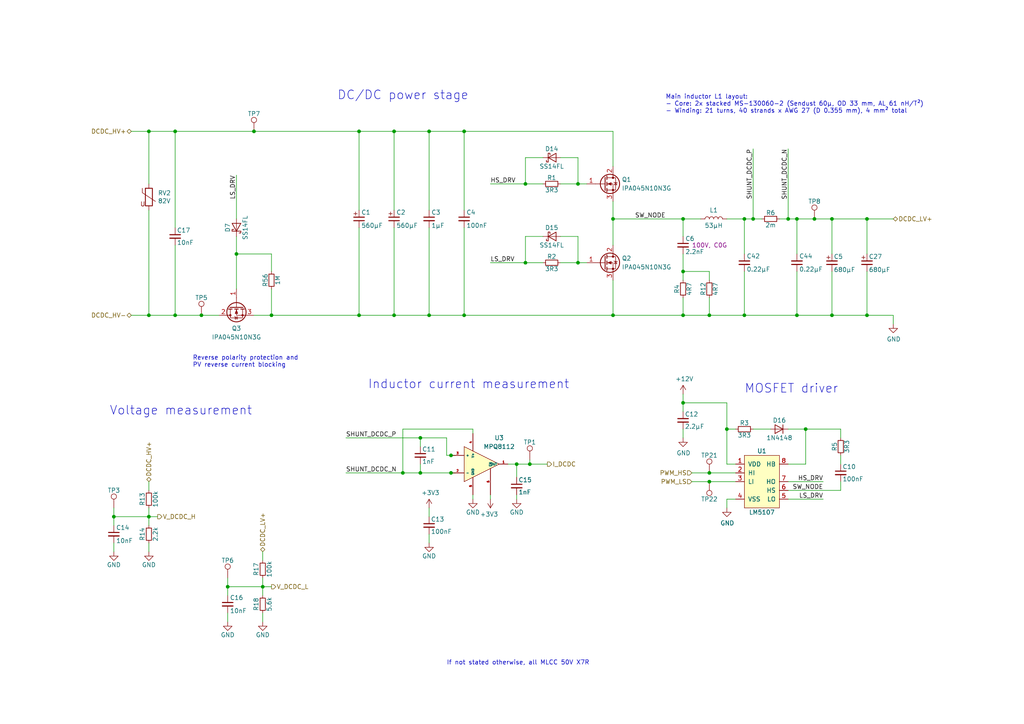
<source format=kicad_sch>
(kicad_sch (version 20211123) (generator eeschema)
  (paper "A4")
  (title_block (title "MPPT 2420 HC") (date "2021-05-03") (rev "0.2.3") (company "Copyright © 2020 Libre Solar Technologies GmbH") (comment 1 "Licensed under CERN-OHL-W version 2") (comment 2 "Author: Martin Jäger"))
  (lib_symbols
    (symbol "Connector:TestPoint" (pin_numbers hide) (pin_names (offset 0.762) hide)
      (property "Reference" "TP" (at 0 6.858 0))
      (property "Value" "TestPoint" (at 0 5.08 0))
      (symbol "TestPoint_0_1"
        (circle (center 0 3.302) (radius 0.762))
      )
      (symbol "TestPoint_1_1"
        (pin passive line (at 0 0 90) (length 2.54) (name "1") (number "1"))
      )
    )
    (symbol "Device:L" (pin_numbers hide) (pin_names (offset 1.016) hide)
      (property "Reference" "L" (at -1.27 0 90))
      (property "Value" "L" (at 1.905 0 90))
      (symbol "L_0_1"
        (arc (start 0 -2.54) (mid 0.635 -1.905) (end 0 -1.27))
        (arc (start 0 -1.27) (mid 0.635 -0.635) (end 0 0))
        (arc (start 0 0) (mid 0.635 0.635) (end 0 1.27))
        (arc (start 0 1.27) (mid 0.635 1.905) (end 0 2.54))
      )
      (symbol "L_1_1"
        (pin passive line (at 0 3.81 270) (length 1.27) (name "1") (number "1"))
        (pin passive line (at 0 -3.81 90) (length 1.27) (name "2") (number "2"))
      )
    )
    (symbol "Device:Q_NMOS_GDS" (pin_names (offset 0) hide)
      (property "Reference" "Q" (at 5.08 1.27 0))
      (property "Value" "Q_NMOS_GDS" (at 5.08 -1.27 0))
      (symbol "Q_NMOS_GDS_0_1"
        (polyline (pts (xy 0.254 0) (xy -2.54 0)))
        (polyline (pts (xy 0.254 1.905) (xy 0.254 -1.905)) (stroke (width 0.254)))
        (polyline (pts (xy 0.762 -1.27) (xy 0.762 -2.286)) (stroke (width 0.254)))
        (polyline (pts (xy 0.762 0.508) (xy 0.762 -0.508)) (stroke (width 0.254)))
        (polyline (pts (xy 0.762 2.286) (xy 0.762 1.27)) (stroke (width 0.254)))
        (polyline (pts (xy 2.54 2.54) (xy 2.54 1.778)))
        (polyline (pts (xy 2.54 -2.54) (xy 2.54 0) (xy 0.762 0)))
        (polyline (pts (xy 0.762 -1.778) (xy 3.302 -1.778) (xy 3.302 1.778) (xy 0.762 1.778)))
        (polyline (pts (xy 1.016 0) (xy 2.032 0.381) (xy 2.032 -0.381) (xy 1.016 0)) (fill (type outline)))
        (polyline (pts (xy 2.794 0.508) (xy 2.921 0.381) (xy 3.683 0.381) (xy 3.81 0.254)))
        (polyline (pts (xy 3.302 0.381) (xy 2.921 -0.254) (xy 3.683 -0.254) (xy 3.302 0.381)))
        (circle (center 1.651 0) (radius 2.794) (stroke (width 0.254)))
        (circle (center 2.54 -1.778) (radius 0.254) (fill (type outline)))
        (circle (center 2.54 1.778) (radius 0.254) (fill (type outline)))
      )
      (symbol "Q_NMOS_GDS_1_1"
        (pin input line (at -5.08 0 0) (length 2.54) (name "G") (number "1"))
        (pin passive line (at 2.54 5.08 270) (length 2.54) (name "D") (number "2"))
        (pin passive line (at 2.54 -5.08 90) (length 2.54) (name "S") (number "3"))
      )
    )
    (symbol "Device:Varistor" (pin_numbers hide) (pin_names (offset 0))
      (property "Reference" "RV" (at 3.175 0 90))
      (property "Value" "Varistor" (at -3.175 0 90))
      (symbol "Varistor_0_0"
        (text "U" (at -1.778 -2.032 0) (effects (font (size 1.27 1.27))))
      )
      (symbol "Varistor_0_1"
        (rectangle (start -1.016 -2.54) (end 1.016 2.54) (stroke (width 0.254)))
        (polyline (pts (xy -1.905 2.54) (xy -1.905 1.27) (xy 1.905 -1.27)))
      )
      (symbol "Varistor_1_1"
        (pin passive line (at 0 3.81 270) (length 1.27) (name "~") (number "1"))
        (pin passive line (at 0 -3.81 90) (length 1.27) (name "~") (number "2"))
      )
    )
    (symbol "Project:C" (pin_numbers hide) (pin_names (offset 0.254) hide)
      (property "Reference" "C" (at 0.635 1.905 0))
      (property "Value" "C" (at 0.635 -1.905 0))
      (symbol "C_0_1"
        (polyline (pts (xy -1.524 -0.508) (xy 1.524 -0.508)) (stroke (width 0.3302)))
        (polyline (pts (xy -1.524 0.508) (xy 0 0.508) (xy 1.524 0.508)) (stroke (width 0.3048)))
      )
      (symbol "C_1_1"
        (pin passive line (at 0 2.54 270) (length 1.905) (name "~") (number "1"))
        (pin passive line (at 0 -2.54 90) (length 2.032) (name "~") (number "2"))
      )
    )
    (symbol "Project:D" (pin_numbers hide) (pin_names (offset 0.254) hide)
      (property "Reference" "D" (at 0 2.54 0))
      (property "Value" "D" (at 0 -2.54 0))
      (symbol "D_0_1"
        (polyline (pts (xy -1.27 0) (xy 1.27 0)))
        (polyline (pts (xy -1.016 -1.27) (xy -1.016 1.27)) (stroke (width 0.2032)))
        (polyline (pts (xy 1.27 -1.27) (xy -1.016 0) (xy 1.27 1.27) (xy 1.27 -1.27)) (stroke (width 0.2032)))
      )
      (symbol "D_1_1"
        (pin passive line (at -2.54 0 0) (length 1.27) (name "K") (number "1"))
        (pin passive line (at 2.54 0 180) (length 1.27) (name "A") (number "2"))
      )
    )
    (symbol "Project:D_Schottky" (pin_numbers hide) (pin_names (offset 0.254) hide)
      (property "Reference" "D" (at 0 2.54 0))
      (property "Value" "D_Schottky" (at 0 -2.54 0))
      (symbol "D_Schottky_0_1"
        (polyline (pts (xy -1.016 -1.27) (xy -1.016 1.27)) (stroke (width 0.2032)))
        (polyline (pts (xy 1.27 0) (xy -1.27 0)))
        (polyline (pts (xy -1.016 -1.27) (xy -1.524 -1.27) (xy -1.524 -0.762)) (stroke (width 0.2032)))
        (polyline (pts (xy -1.016 1.27) (xy -0.508 1.27) (xy -0.508 0.762)) (stroke (width 0.2032)))
        (polyline (pts (xy 1.27 -1.27) (xy -1.016 0) (xy 1.27 1.27) (xy 1.27 -1.27)) (stroke (width 0.2032)))
      )
      (symbol "D_Schottky_1_1"
        (pin passive line (at -2.54 0 0) (length 1.27) (name "K") (number "1"))
        (pin passive line (at 2.54 0 180) (length 1.27) (name "A") (number "2"))
      )
    )
    (symbol "Project:LM5107" (pin_names (offset 1.016))
      (property "Reference" "U" (at 0 8.89 0))
      (property "Value" "LM5107" (at 0 -8.89 0))
      (symbol "LM5107_1_0"
        (rectangle (start -5.08 7.62) (end 5.08 -7.62) (fill (type background)))
      )
      (symbol "LM5107_1_1"
        (pin power_in line (at -7.62 5.08 0) (length 2.54) (name "VDD") (number "1"))
        (pin input line (at -7.62 2.54 0) (length 2.54) (name "HI") (number "2"))
        (pin input line (at -7.62 0 0) (length 2.54) (name "LI") (number "3"))
        (pin power_in line (at -7.62 -5.08 0) (length 2.54) (name "VSS") (number "4"))
        (pin output line (at 7.62 -5.08 180) (length 2.54) (name "LO") (number "5"))
        (pin input line (at 7.62 -2.54 180) (length 2.54) (name "HS") (number "6"))
        (pin output line (at 7.62 0 180) (length 2.54) (name "HO") (number "7"))
        (pin input line (at 7.62 5.08 180) (length 2.54) (name "HB") (number "8"))
      )
    )
    (symbol "Project:MPQ8112"
      (property "Reference" "U" (at 3.81 6.35 0))
      (property "Value" "MPQ8112" (at 3.81 8.89 0))
      (symbol "MPQ8112_0_1"
        (polyline (pts (xy -5.08 5.08) (xy -5.08 -5.08) (xy 5.08 0) (xy -5.08 5.08)) (fill (type background)))
      )
      (symbol "MPQ8112_1_1"
        (pin output line (at 7.62 0 180) (length 2.54) (name "OUT") (number "1"))
        (pin input line (at -8.89 -2.54 0) (length 3.81) (name "-") (number "2"))
        (pin input line (at -8.89 2.54 0) (length 3.81) (name "+") (number "3"))
        (pin power_in line (at -2.54 8.89 270) (length 5.08) (name "V+") (number "4"))
        (pin power_in line (at -2.54 -8.89 90) (length 5.08) (name "GND") (number "5"))
        (pin input line (at 2.54 -8.89 90) (length 7.62) (name "EN") (number "6"))
      )
    )
    (symbol "Project:R" (pin_numbers hide) (pin_names (offset 0.254) hide)
      (property "Reference" "R" (at -1.905 0 90))
      (property "Value" "R" (at 1.905 0 90))
      (symbol "R_0_1"
        (rectangle (start -0.762 1.778) (end 0.762 -1.778) (stroke (width 0.2032)))
      )
      (symbol "R_1_1"
        (pin passive line (at 0 2.54 270) (length 0.762) (name "~") (number "1"))
        (pin passive line (at 0 -2.54 90) (length 0.762) (name "~") (number "2"))
      )
    )
    (symbol "mppt-2420-hc-rescue:+3.3V-power" (power) (pin_names (offset 0))
      (property "Value" "+3.3V-power" (at 0 3.556 0))
      (symbol "+3.3V-power_0_1"
        (polyline (pts (xy -0.762 1.27) (xy 0 2.54)))
        (polyline (pts (xy 0 0) (xy 0 2.54)))
        (polyline (pts (xy 0 2.54) (xy 0.762 1.27)))
      )
      (symbol "+3.3V-power_1_1"
        (pin power_in line (at 0 0 90) (length 0) hide (name "+3V3") (number "1"))
      )
    )
    (symbol "mppt-2420-hc-rescue:C-LibreSolar" (pin_numbers hide) (pin_names (offset 0.254) hide)
      (property "Reference" "C" (at 0.635 1.905 0))
      (property "Value" "C-LibreSolar" (at 0.635 -1.905 0))
      (symbol "C-LibreSolar_0_1"
        (polyline (pts (xy -1.524 -0.508) (xy 1.524 -0.508)) (stroke (width 0.3302)))
        (polyline (pts (xy -1.524 0.508) (xy 0 0.508) (xy 1.524 0.508)) (stroke (width 0.3048)))
      )
      (symbol "C-LibreSolar_1_1"
        (pin passive line (at 0 2.54 270) (length 1.905) (name "~") (number "1"))
        (pin passive line (at 0 -2.54 90) (length 2.032) (name "~") (number "2"))
      )
    )
    (symbol "mppt-2420-hc-rescue:CP-LibreSolar" (pin_numbers hide) (pin_names (offset 0.254) hide)
      (property "Reference" "C" (at 0.635 1.905 0))
      (property "Value" "CP-LibreSolar" (at 0.635 -1.905 0))
      (symbol "CP-LibreSolar_0_0"
        (polyline (pts (xy -1.524 -0.508) (xy 1.524 -0.508)) (stroke (width 0.3048)))
        (polyline (pts (xy -1.524 0.508) (xy 1.524 0.508)) (stroke (width 0.3048)))
      )
      (symbol "CP-LibreSolar_0_1"
        (polyline (pts (xy -1.524 1.524) (xy -0.508 1.524)))
        (polyline (pts (xy -1.016 1.016) (xy -1.016 2.032)))
      )
      (symbol "CP-LibreSolar_1_1"
        (pin passive line (at 0 2.54 270) (length 2.032) (name "~") (number "1"))
        (pin passive line (at 0 -2.54 90) (length 2.032) (name "~") (number "2"))
      )
    )
    (symbol "power:+12V" (power) (pin_names (offset 0))
      (property "Value" "+12V" (at 0 3.556 0))
      (symbol "+12V_0_1"
        (polyline (pts (xy -0.762 1.27) (xy 0 2.54)))
        (polyline (pts (xy 0 0) (xy 0 2.54)))
        (polyline (pts (xy 0 2.54) (xy 0.762 1.27)))
      )
      (symbol "+12V_1_1"
        (pin power_in line (at 0 0 90) (length 0) hide (name "+12V") (number "1"))
      )
    )
    (symbol "power:GND" (power) (pin_names (offset 0))
      (property "Value" "GND" (at 0 -3.81 0))
      (symbol "GND_0_1"
        (polyline (pts (xy 0 0) (xy 0 -1.27) (xy 1.27 -1.27) (xy 0 -2.54) (xy -1.27 -1.27) (xy 0 -1.27)))
      )
      (symbol "GND_1_1"
        (pin power_in line (at 0 0 270) (length 0) hide (name "GND") (number "1"))
      )
    )
  )
  (junction (at 134.62 38.1))
  (junction (at 205.74 91.44))
  (junction (at 198.12 116.84))
  (junction (at 104.14 91.44))
  (junction (at 241.3 91.44))
  (junction (at 198.12 78.74))
  (junction (at 251.46 63.5))
  (junction (at 58.42 91.44))
  (junction (at 114.3 91.44))
  (junction (at 130.81 132.08))
  (junction (at 152.4 76.2))
  (junction (at 43.18 91.44))
  (junction (at 177.8 63.5))
  (junction (at 167.64 53.34))
  (junction (at 210.82 124.46))
  (junction (at 205.74 137.16))
  (junction (at 124.46 91.44))
  (junction (at 215.9 63.5))
  (junction (at 231.14 91.44))
  (junction (at 78.74 91.44))
  (junction (at 68.58 73.66))
  (junction (at 167.64 76.2))
  (junction (at 76.2 170.18))
  (junction (at 50.8 91.44))
  (junction (at 236.22 63.5))
  (junction (at 121.92 137.16))
  (junction (at 149.86 134.62))
  (junction (at 198.12 91.44))
  (junction (at 66.04 170.18))
  (junction (at 43.18 38.1))
  (junction (at 205.74 139.7))
  (junction (at 134.62 91.44))
  (junction (at 73.66 38.1))
  (junction (at 121.92 127))
  (junction (at 251.46 91.44))
  (junction (at 198.12 63.5))
  (junction (at 114.3 38.1))
  (junction (at 231.14 63.5))
  (junction (at 215.9 91.44))
  (junction (at 228.6 63.5))
  (junction (at 50.8 38.1))
  (junction (at 177.8 91.44))
  (junction (at 33.02 149.86))
  (junction (at 233.68 124.46))
  (junction (at 104.14 38.1))
  (junction (at 153.67 134.62))
  (junction (at 218.44 63.5))
  (junction (at 130.81 137.16))
  (junction (at 241.3 63.5))
  (junction (at 152.4 53.34))
  (junction (at 43.18 149.86))
  (junction (at 124.46 38.1))
  (junction (at 116.84 137.16))
  (wire (pts (xy 76.2 177.8) (xy 76.2 180.34)))
  (wire (pts (xy 153.67 133.35) (xy 153.67 134.62)))
  (wire (pts (xy 167.64 68.58) (xy 162.56 68.58)))
  (wire (pts (xy 218.44 124.46) (xy 223.52 124.46)))
  (wire (pts (xy 215.9 73.66) (xy 215.9 63.5)))
  (wire (pts (xy 33.02 149.86) (xy 33.02 152.4)))
  (wire (pts (xy 210.82 116.84) (xy 198.12 116.84)))
  (wire (pts (xy 177.8 91.44) (xy 177.8 81.28)))
  (wire (pts (xy 137.16 124.46) (xy 137.16 125.73)))
  (wire (pts (xy 228.6 63.5) (xy 231.14 63.5)))
  (wire (pts (xy 130.81 137.16) (xy 132.08 137.16)))
  (wire (pts (xy 116.84 137.16) (xy 116.84 124.46)))
  (wire (pts (xy 251.46 63.5) (xy 259.08 63.5)))
  (wire (pts (xy 43.18 91.44) (xy 50.8 91.44)))
  (wire (pts (xy 215.9 78.74) (xy 215.9 91.44)))
  (wire (pts (xy 43.18 147.32) (xy 43.18 149.86)))
  (wire (pts (xy 114.3 91.44) (xy 124.46 91.44)))
  (wire (pts (xy 228.6 43.18) (xy 228.6 63.5)))
  (wire (pts (xy 130.81 132.08) (xy 132.08 132.08)))
  (wire (pts (xy 43.18 60.96) (xy 43.18 91.44)))
  (wire (pts (xy 78.74 83.82) (xy 78.74 91.44)))
  (wire (pts (xy 66.04 170.18) (xy 66.04 172.72)))
  (wire (pts (xy 241.3 91.44) (xy 251.46 91.44)))
  (wire (pts (xy 43.18 139.7) (xy 43.18 142.24)))
  (wire (pts (xy 218.44 43.18) (xy 218.44 63.5)))
  (wire (pts (xy 66.04 170.18) (xy 76.2 170.18)))
  (wire (pts (xy 167.64 53.34) (xy 167.64 45.72)))
  (wire (pts (xy 100.33 127) (xy 121.92 127)))
  (wire (pts (xy 134.62 91.44) (xy 177.8 91.44)))
  (wire (pts (xy 177.8 38.1) (xy 177.8 48.26)))
  (wire (pts (xy 149.86 134.62) (xy 153.67 134.62)))
  (wire (pts (xy 198.12 114.3) (xy 198.12 116.84)))
  (wire (pts (xy 142.24 144.78) (xy 142.24 143.51)))
  (wire (pts (xy 50.8 38.1) (xy 73.66 38.1)))
  (wire (pts (xy 259.08 91.44) (xy 259.08 93.98)))
  (wire (pts (xy 167.64 45.72) (xy 162.56 45.72)))
  (wire (pts (xy 78.74 91.44) (xy 104.14 91.44)))
  (wire (pts (xy 213.36 144.78) (xy 210.82 144.78)))
  (wire (pts (xy 73.66 91.44) (xy 78.74 91.44)))
  (wire (pts (xy 241.3 73.66) (xy 241.3 63.5)))
  (wire (pts (xy 66.04 170.18) (xy 66.04 167.64)))
  (wire (pts (xy 198.12 78.74) (xy 198.12 81.28)))
  (wire (pts (xy 149.86 134.62) (xy 149.86 138.43)))
  (wire (pts (xy 236.22 63.5) (xy 241.3 63.5)))
  (wire (pts (xy 218.44 63.5) (xy 220.98 63.5)))
  (wire (pts (xy 205.74 91.44) (xy 215.9 91.44)))
  (wire (pts (xy 241.3 78.74) (xy 241.3 91.44)))
  (wire (pts (xy 228.6 124.46) (xy 233.68 124.46)))
  (wire (pts (xy 76.2 167.64) (xy 76.2 170.18)))
  (wire (pts (xy 198.12 91.44) (xy 205.74 91.44)))
  (wire (pts (xy 134.62 66.04) (xy 134.62 91.44)))
  (wire (pts (xy 121.92 137.16) (xy 121.92 134.62)))
  (wire (pts (xy 129.54 132.08) (xy 130.81 132.08)))
  (wire (pts (xy 58.42 91.44) (xy 63.5 91.44)))
  (wire (pts (xy 233.68 124.46) (xy 243.84 124.46)))
  (wire (pts (xy 116.84 124.46) (xy 137.16 124.46)))
  (wire (pts (xy 198.12 63.5) (xy 203.2 63.5)))
  (wire (pts (xy 233.68 134.62) (xy 228.6 134.62)))
  (wire (pts (xy 205.74 139.7) (xy 200.66 139.7)))
  (wire (pts (xy 177.8 91.44) (xy 198.12 91.44)))
  (wire (pts (xy 149.86 143.51) (xy 149.86 144.78)))
  (wire (pts (xy 228.6 139.7) (xy 238.76 139.7)))
  (wire (pts (xy 233.68 134.62) (xy 233.68 124.46)))
  (wire (pts (xy 205.74 86.36) (xy 205.74 91.44)))
  (wire (pts (xy 43.18 149.86) (xy 45.72 149.86)))
  (wire (pts (xy 78.74 78.74) (xy 78.74 73.66)))
  (wire (pts (xy 210.82 144.78) (xy 210.82 147.32)))
  (wire (pts (xy 114.3 60.96) (xy 114.3 38.1)))
  (wire (pts (xy 33.02 149.86) (xy 43.18 149.86)))
  (wire (pts (xy 198.12 116.84) (xy 198.12 119.38)))
  (wire (pts (xy 198.12 68.58) (xy 198.12 63.5)))
  (wire (pts (xy 142.24 76.2) (xy 152.4 76.2)))
  (wire (pts (xy 124.46 149.86) (xy 124.46 147.32)))
  (wire (pts (xy 116.84 137.16) (xy 121.92 137.16)))
  (wire (pts (xy 76.2 160.02) (xy 76.2 162.56)))
  (wire (pts (xy 162.56 76.2) (xy 167.64 76.2)))
  (wire (pts (xy 50.8 71.12) (xy 50.8 91.44)))
  (wire (pts (xy 147.32 134.62) (xy 149.86 134.62)))
  (wire (pts (xy 114.3 66.04) (xy 114.3 91.44)))
  (wire (pts (xy 228.6 142.24) (xy 243.84 142.24)))
  (wire (pts (xy 152.4 68.58) (xy 152.4 76.2)))
  (wire (pts (xy 73.66 38.1) (xy 104.14 38.1)))
  (wire (pts (xy 50.8 91.44) (xy 58.42 91.44)))
  (wire (pts (xy 68.58 63.5) (xy 68.58 50.8)))
  (wire (pts (xy 231.14 78.74) (xy 231.14 91.44)))
  (wire (pts (xy 162.56 53.34) (xy 167.64 53.34)))
  (wire (pts (xy 210.82 124.46) (xy 210.82 116.84)))
  (wire (pts (xy 243.84 132.08) (xy 243.84 134.62)))
  (wire (pts (xy 157.48 68.58) (xy 152.4 68.58)))
  (wire (pts (xy 43.18 149.86) (xy 43.18 152.4)))
  (wire (pts (xy 241.3 63.5) (xy 251.46 63.5)))
  (wire (pts (xy 68.58 68.58) (xy 68.58 73.66)))
  (wire (pts (xy 124.46 157.48) (xy 124.46 154.94)))
  (wire (pts (xy 76.2 170.18) (xy 78.74 170.18)))
  (wire (pts (xy 213.36 137.16) (xy 205.74 137.16)))
  (wire (pts (xy 134.62 91.44) (xy 124.46 91.44)))
  (wire (pts (xy 129.54 127) (xy 129.54 132.08)))
  (wire (pts (xy 231.14 63.5) (xy 236.22 63.5)))
  (wire (pts (xy 114.3 38.1) (xy 124.46 38.1)))
  (wire (pts (xy 152.4 76.2) (xy 157.48 76.2)))
  (wire (pts (xy 100.33 137.16) (xy 116.84 137.16)))
  (wire (pts (xy 215.9 63.5) (xy 218.44 63.5)))
  (wire (pts (xy 43.18 38.1) (xy 43.18 53.34)))
  (wire (pts (xy 213.36 139.7) (xy 205.74 139.7)))
  (wire (pts (xy 231.14 91.44) (xy 241.3 91.44)))
  (wire (pts (xy 153.67 134.62) (xy 158.75 134.62)))
  (wire (pts (xy 226.06 63.5) (xy 228.6 63.5)))
  (wire (pts (xy 167.64 53.34) (xy 170.18 53.34)))
  (wire (pts (xy 38.1 91.44) (xy 43.18 91.44)))
  (wire (pts (xy 124.46 60.96) (xy 124.46 38.1)))
  (wire (pts (xy 251.46 73.66) (xy 251.46 63.5)))
  (wire (pts (xy 157.48 53.34) (xy 152.4 53.34)))
  (wire (pts (xy 114.3 91.44) (xy 104.14 91.44)))
  (wire (pts (xy 43.18 157.48) (xy 43.18 160.02)))
  (wire (pts (xy 231.14 73.66) (xy 231.14 63.5)))
  (wire (pts (xy 50.8 38.1) (xy 43.18 38.1)))
  (wire (pts (xy 66.04 177.8) (xy 66.04 180.34)))
  (wire (pts (xy 198.12 78.74) (xy 198.12 73.66)))
  (wire (pts (xy 205.74 78.74) (xy 198.12 78.74)))
  (wire (pts (xy 215.9 91.44) (xy 231.14 91.44)))
  (wire (pts (xy 157.48 45.72) (xy 152.4 45.72)))
  (wire (pts (xy 121.92 127) (xy 129.54 127)))
  (wire (pts (xy 152.4 53.34) (xy 142.24 53.34)))
  (wire (pts (xy 198.12 86.36) (xy 198.12 91.44)))
  (wire (pts (xy 251.46 78.74) (xy 251.46 91.44)))
  (wire (pts (xy 104.14 38.1) (xy 114.3 38.1)))
  (wire (pts (xy 68.58 73.66) (xy 68.58 83.82)))
  (wire (pts (xy 76.2 170.18) (xy 76.2 172.72)))
  (wire (pts (xy 33.02 157.48) (xy 33.02 160.02)))
  (wire (pts (xy 134.62 38.1) (xy 134.62 60.96)))
  (wire (pts (xy 134.62 38.1) (xy 177.8 38.1)))
  (wire (pts (xy 33.02 149.86) (xy 33.02 147.32)))
  (wire (pts (xy 121.92 137.16) (xy 130.81 137.16)))
  (wire (pts (xy 124.46 38.1) (xy 134.62 38.1)))
  (wire (pts (xy 243.84 127) (xy 243.84 124.46)))
  (wire (pts (xy 121.92 129.54) (xy 121.92 127)))
  (wire (pts (xy 243.84 142.24) (xy 243.84 139.7)))
  (wire (pts (xy 205.74 137.16) (xy 200.66 137.16)))
  (wire (pts (xy 167.64 76.2) (xy 170.18 76.2)))
  (wire (pts (xy 210.82 63.5) (xy 215.9 63.5)))
  (wire (pts (xy 104.14 60.96) (xy 104.14 38.1)))
  (wire (pts (xy 124.46 66.04) (xy 124.46 91.44)))
  (wire (pts (xy 78.74 73.66) (xy 68.58 73.66)))
  (wire (pts (xy 50.8 38.1) (xy 50.8 66.04)))
  (wire (pts (xy 104.14 66.04) (xy 104.14 91.44)))
  (wire (pts (xy 43.18 38.1) (xy 38.1 38.1)))
  (wire (pts (xy 205.74 81.28) (xy 205.74 78.74)))
  (wire (pts (xy 210.82 124.46) (xy 213.36 124.46)))
  (wire (pts (xy 213.36 134.62) (xy 210.82 134.62)))
  (wire (pts (xy 210.82 134.62) (xy 210.82 124.46)))
  (wire (pts (xy 177.8 58.42) (xy 177.8 63.5)))
  (wire (pts (xy 137.16 144.78) (xy 137.16 143.51)))
  (wire (pts (xy 177.8 63.5) (xy 177.8 71.12)))
  (wire (pts (xy 167.64 76.2) (xy 167.64 68.58)))
  (wire (pts (xy 228.6 144.78) (xy 238.76 144.78)))
  (wire (pts (xy 198.12 124.46) (xy 198.12 127)))
  (wire (pts (xy 152.4 45.72) (xy 152.4 53.34)))
  (wire (pts (xy 251.46 91.44) (xy 259.08 91.44)))
  (wire (pts (xy 177.8 63.5) (xy 198.12 63.5)))
  (text "Inductor current measurement" (at 106.68 113.03 0) (effects (font (size 2.54 2.54)) (justify left bottom)))
  (text "If not stated otherwise, all MLCC 50V X7R" (at 129.54 193.04 0) (effects (font (size 1.27 1.27)) (justify left bottom)))
  (text "MOSFET driver" (at 215.9 114.3 0) (effects (font (size 2.54 2.54)) (justify left bottom)))
  (text "Reverse polarity protection and\nPV reverse current blocking" (at 55.88 106.68 0) (effects (font (size 1.27 1.27)) (justify left bottom)))
  (text "Voltage measurement" (at 31.75 120.65 0) (effects (font (size 2.54 2.54)) (justify left bottom)))
  (text "Main inductor L1 layout:\n- Core: 2x stacked MS-130060-2 (Sendust 60µ, OD 33 mm, AL 61 nH/T²)\n- Winding: 21 turns, 40 strands x AWG 27 (D 0.355 mm), 4 mm² total" (at 193.04 33.02 0) (effects (font (size 1.27 1.27)) (justify left bottom)))
  (text "DC/DC power stage" (at 97.79 29.21 0) (effects (font (size 2.54 2.54)) (justify left bottom)))
  (label "LS_DRV" (at 68.58 50.8 270))
  (label "SHUNT_DCDC_P" (at 100.33 127 0))
  (label "HS_DRV" (at 142.24 53.34 0))
  (label "SW_NODE" (at 184.15 63.5 0))
  (label "SHUNT_DCDC_N" (at 228.6 43.18 270))
  (label "LS_DRV" (at 238.76 144.78 180))
  (label "HS_DRV" (at 238.76 139.7 180))
  (label "SW_NODE" (at 238.76 142.24 180))
  (label "SHUNT_DCDC_P" (at 218.44 43.18 270))
  (label "LS_DRV" (at 142.24 76.2 0))
  (label "SHUNT_DCDC_N" (at 100.33 137.16 0))
  (hierarchical_label "PWM_LS" (shape input) (at 200.66 139.7 180))
  (hierarchical_label "DCDC_HV+" (shape bidirectional) (at 43.18 139.7 90))
  (hierarchical_label "I_DCDC" (shape output) (at 158.75 134.62 0))
  (hierarchical_label "PWM_HS" (shape input) (at 200.66 137.16 180))
  (hierarchical_label "DCDC_LV+" (shape bidirectional) (at 76.2 160.02 90))
  (hierarchical_label "V_DCDC_L" (shape output) (at 78.74 170.18 0))
  (hierarchical_label "DCDC_HV+" (shape bidirectional) (at 38.1 38.1 180))
  (hierarchical_label "DCDC_HV-" (shape bidirectional) (at 38.1 91.44 180))
  (hierarchical_label "V_DCDC_H" (shape output) (at 45.72 149.86 0))
  (hierarchical_label "DCDC_LV+" (shape bidirectional) (at 259.08 63.5 0))
  (symbol (lib_id "mppt-2420-hc-rescue:CP-LibreSolar") (at 114.3 63.5 0) (unit 1)
    (property "Reference" "C2" (at 114.935 61.595 0) (effects (justify left)))
    (property "Value" "560µF" (at 114.935 65.405 0) (effects (justify left)))
    (property "Footprint" "Capacitor_THT:CP_Radial_D18.0mm_P7.50mm" (effects hide))
    (property "Manufacturer" "United Chemi-Con" (effects hide))
    (property "PartNumber" "EKZN101ELL561MM25S" (effects hide))
    (property "Remarks" "100V, 2.75A, 18x25" (effects hide))
  )
  (symbol (lib_id "Project:C") (at 243.84 137.16 0) (unit 1)
    (property "Reference" "C10" (at 244.348 135.382 0) (effects (justify left)))
    (property "Value" "100nF" (at 244.348 138.938 0) (effects (justify left)))
    (property "Footprint" "LibreSolar:C_0603_1608" (effects hide))
    (property "Manufacturer" "any" (effects hide))
  )
  (symbol (lib_id "Project:C") (at 134.62 63.5 0) (unit 1)
    (property "Reference" "C4" (at 135.255 61.595 0) (effects (justify left)))
    (property "Value" "100nF" (at 135.255 65.405 0) (effects (justify left)))
    (property "Footprint" "LibreSolar:C_0805_2012" (effects hide))
    (property "Manufacturer" "any" (effects hide))
    (property "Remarks" "100V, X7S" (effects hide))
  )
  (symbol (lib_id "Project:C") (at 198.12 71.12 0) (unit 1)
    (property "Reference" "C6" (at 198.755 69.215 0) (effects (justify left)))
    (property "Value" "2.2nF" (at 198.755 73.025 0) (effects (justify left)))
    (property "Footprint" "LibreSolar:C_0603_1608" (effects hide))
    (property "Remarks" "100V, C0G" (at 200.66 71.12 0) (effects (justify left)))
    (property "Manufacturer" "any" (effects hide))
  )
  (symbol (lib_id "Project:R") (at 198.12 83.82 0) (mirror x) (unit 1)
    (property "Reference" "R4" (at 196.342 83.82 90))
    (property "Value" "4R7" (at 199.898 83.82 90))
    (property "Footprint" "LibreSolar:R_1206_3216" (effects hide))
    (property "Manufacturer" "Yageo" (effects hide))
    (property "PartNumber" "RC1206FR-074R7L" (effects hide))
  )
  (symbol (lib_id "Device:L") (at 207.01 63.5 90) (unit 1)
    (property "Reference" "L1" (at 207.01 60.96 90))
    (property "Value" "53µH" (at 207.01 65.405 90))
    (property "Footprint" "LibreSolar:Inductor_Toroid_D32.8mm_4mm2" (effects hide))
    (property "Manufacturer" "Custom (see schematic)" (effects hide))
  )
  (symbol (lib_id "Project:C") (at 198.12 121.92 0) (unit 1)
    (property "Reference" "C12" (at 198.628 120.142 0) (effects (justify left)))
    (property "Value" "2.2µF" (at 198.628 123.698 0) (effects (justify left)))
    (property "Footprint" "LibreSolar:C_0603_1608" (effects hide))
    (property "Manufacturer" "any" (effects hide))
    (property "Remarks" "25V, X5R" (effects hide))
  )
  (symbol (lib_id "Device:Q_NMOS_GDS") (at 175.26 53.34 0) (unit 1)
    (property "Reference" "Q1" (at 180.34 52.07 0) (effects (justify left)))
    (property "Value" "IPA045N10N3G" (at 180.34 54.61 0) (effects (justify left)))
    (property "Footprint" "LibreSolar:TO-220-3_Horizontal_BottomHeatsink" (effects hide))
    (property "Manufacturer" "Infineon" (effects hide))
    (property "PartNumber" "IPA045N10N3G" (effects hide))
    (property "Remarks" "Alternative: IPP045N10N3G" (effects hide))
  )
  (symbol (lib_id "Device:Q_NMOS_GDS") (at 175.26 76.2 0) (unit 1)
    (property "Reference" "Q2" (at 180.34 74.93 0) (effects (justify left)))
    (property "Value" "IPA045N10N3G" (at 180.34 77.47 0) (effects (justify left)))
    (property "Footprint" "LibreSolar:TO-220-3_Horizontal_BottomHeatsink" (effects hide))
    (property "Manufacturer" "Infineon" (effects hide))
    (property "PartNumber" "IPA045N10N3G" (effects hide))
    (property "Remarks" "Alternative: IPP045N10N3G" (effects hide))
  )
  (symbol (lib_id "mppt-2420-hc-rescue:CP-LibreSolar") (at 104.14 63.5 0) (unit 1)
    (property "Reference" "C1" (at 104.775 61.595 0) (effects (justify left)))
    (property "Value" "560µF" (at 104.775 65.405 0) (effects (justify left)))
    (property "Footprint" "Capacitor_THT:CP_Radial_D18.0mm_P7.50mm" (effects hide))
    (property "Manufacturer" "United Chemi-Con" (effects hide))
    (property "PartNumber" "EKZN101ELL561MM25S" (effects hide))
    (property "Remarks" "100V, 2.75A, 18x25" (effects hide))
  )
  (symbol (lib_id "Project:D_Schottky") (at 160.02 68.58 0) (unit 1)
    (property "Reference" "D15" (at 160.02 66.04 0))
    (property "Value" "SS14FL" (at 160.02 71.12 0))
    (property "Footprint" "Diode_SMD:D_SOD-123" (effects hide))
    (property "Manufacturer" "ON Semiconductor" (effects hide))
    (property "PartNumber" "SS14FL" (effects hide))
    (property "Remarks" "Alternative: Nexperia PMEG4010EGWX" (effects hide))
  )
  (symbol (lib_id "Project:D_Schottky") (at 160.02 45.72 0) (unit 1)
    (property "Reference" "D14" (at 160.02 43.18 0))
    (property "Value" "SS14FL" (at 160.02 48.26 0))
    (property "Footprint" "Diode_SMD:D_SOD-123" (effects hide))
    (property "Manufacturer" "ON Semiconductor" (effects hide))
    (property "PartNumber" "SS14FL" (effects hide))
    (property "Remarks" "Alternative: Nexperia PMEG4010EGWX" (effects hide))
  )
  (symbol (lib_id "Project:D") (at 226.06 124.46 0) (mirror y) (unit 1)
    (property "Reference" "D16" (at 226.06 121.92 0))
    (property "Value" "1N4148" (at 226.06 127 0))
    (property "Footprint" "LibreSolar:D_SOD-123" (effects hide))
    (property "Manufacturer" "Diodes Inc." (effects hide))
    (property "PartNumber" "1N4148W-7-F" (effects hide))
  )
  (symbol (lib_id "Project:R") (at 243.84 129.54 0) (unit 1)
    (property "Reference" "R5" (at 242.062 129.54 90))
    (property "Value" "3R3" (at 245.618 129.54 90))
    (property "Footprint" "LibreSolar:R_0805_2012" (effects hide))
    (property "Manufacturer" "Yageo" (effects hide))
    (property "PartNumber" "RC0805FR-073R3L" (effects hide))
  )
  (symbol (lib_id "Project:R") (at 160.02 76.2 270) (unit 1)
    (property "Reference" "R2" (at 160.02 74.422 90))
    (property "Value" "3R3" (at 160.02 77.978 90))
    (property "Footprint" "LibreSolar:R_0805_2012" (effects hide))
    (property "Manufacturer" "Yageo" (effects hide))
    (property "PartNumber" "RC0805FR-073R3L" (effects hide))
  )
  (symbol (lib_id "Project:R") (at 160.02 53.34 270) (unit 1)
    (property "Reference" "R1" (at 160.02 51.562 90))
    (property "Value" "3R3" (at 160.02 55.118 90))
    (property "Footprint" "LibreSolar:R_0805_2012" (effects hide))
    (property "Manufacturer" "Yageo" (effects hide))
    (property "PartNumber" "RC0805FR-073R3L" (effects hide))
  )
  (symbol (lib_id "Project:R") (at 223.52 63.5 270) (unit 1)
    (property "Reference" "R6" (at 223.52 61.722 90))
    (property "Value" "2m" (at 223.52 65.278 90))
    (property "Footprint" "LibreSolar:R_Bourns_CRE2512" (effects hide))
    (property "Manufacturer" "Bourns" (effects hide))
    (property "PartNumber" "CRE2512-FZ-R002E-3" (effects hide))
  )
  (symbol (lib_id "power:GND") (at 259.08 93.98 0) (unit 1)
    (property "Reference" "#PWR03" (effects hide))
    (property "Value" "GND" (at 259.207 98.3742 0))
  )
  (symbol (lib_id "power:GND") (at 76.2 180.34 0) (unit 1)
    (property "Reference" "#PWR046" (effects hide))
    (property "Value" "GND" (at 76.2 184.15 0))
  )
  (symbol (lib_id "Project:R") (at 43.18 154.94 0) (unit 1)
    (property "Reference" "R14" (at 41.275 154.94 90))
    (property "Value" "2.2k" (at 45.085 154.94 90))
    (property "Footprint" "LibreSolar:R_0603_1608" (effects hide))
    (property "Manufacturer" "any" (effects hide))
    (property "Remarks" "1%" (effects hide))
  )
  (symbol (lib_id "Project:R") (at 43.18 144.78 0) (unit 1)
    (property "Reference" "R13" (at 41.275 144.78 90))
    (property "Value" "100k" (at 45.085 144.78 90))
    (property "Footprint" "LibreSolar:R_0603_1608" (effects hide))
    (property "Manufacturer" "any" (effects hide))
    (property "Remarks" "1%" (effects hide))
  )
  (symbol (lib_id "Project:R") (at 76.2 165.1 0) (unit 1)
    (property "Reference" "R17" (at 74.295 165.1 90))
    (property "Value" "100k" (at 78.105 165.1 90))
    (property "Footprint" "LibreSolar:R_0603_1608" (effects hide))
    (property "Manufacturer" "any" (effects hide))
    (property "Remarks" "1%" (effects hide))
  )
  (symbol (lib_id "Project:R") (at 76.2 175.26 0) (unit 1)
    (property "Reference" "R18" (at 74.295 175.26 90))
    (property "Value" "5.6k" (at 78.105 175.26 90))
    (property "Footprint" "LibreSolar:R_0603_1608" (effects hide))
    (property "Manufacturer" "any" (effects hide))
    (property "Remarks" "1%" (effects hide))
  )
  (symbol (lib_id "Project:C") (at 66.04 175.26 0) (unit 1)
    (property "Reference" "C16" (at 66.675 173.355 0) (effects (justify left)))
    (property "Value" "10nF" (at 66.675 177.165 0) (effects (justify left)))
    (property "Footprint" "LibreSolar:C_0603_1608" (effects hide))
    (property "Manufacturer" "any" (effects hide))
  )
  (symbol (lib_id "mppt-2420-hc-rescue:C-LibreSolar") (at 215.9 76.2 0) (unit 1)
    (property "Reference" "C42" (at 216.535 74.295 0) (effects (justify left)))
    (property "Value" "0.22µF" (at 216.535 78.105 0) (effects (justify left)))
    (property "Footprint" "Capacitor_THT:C_Rect_L7.2mm_W3.5mm_P5.00mm_FKS2_FKP2_MKS2_MKP2" (effects hide))
    (property "PartNumber" "B32529C224J" (effects hide))
    (property "Manufacturer" "EPCOS / TDK" (effects hide))
    (property "Remarks" "Alternative: Kemet MMK5224K63J01L16.5TA18" (effects hide))
  )
  (symbol (lib_id "Project:C") (at 50.8 68.58 0) (unit 1)
    (property "Reference" "C17" (at 51.308 66.802 0) (effects (justify left)))
    (property "Value" "10nF" (at 51.308 70.358 0) (effects (justify left)))
    (property "Footprint" "LibreSolar:C_0603_1608" (effects hide))
    (property "Manufacturer" "any" (effects hide))
    (property "Remarks" "100V, X7R" (effects hide))
  )
  (symbol (lib_id "Device:Q_NMOS_GDS") (at 68.58 88.9 90) (mirror x) (unit 1)
    (property "Reference" "Q3" (at 68.58 95.25 90))
    (property "Value" "IPA045N10N3G" (at 68.58 97.79 90))
    (property "Footprint" "LibreSolar:TO-220-3_Horizontal_BottomHeatsink" (effects hide))
    (property "Manufacturer" "Infineon" (effects hide))
    (property "Remarks" "Alternative: IPP045N10N3G" (effects hide))
    (property "PartNumber" "IPA045N10N3G" (effects hide))
  )
  (symbol (lib_id "Project:R") (at 215.9 124.46 270) (unit 1)
    (property "Reference" "R3" (at 215.9 122.682 90))
    (property "Value" "3R3" (at 215.9 126.238 90))
    (property "Footprint" "LibreSolar:R_0805_2012" (effects hide))
    (property "Manufacturer" "Yageo" (effects hide))
    (property "PartNumber" "RC0805FR-073R3L" (effects hide))
  )
  (symbol (lib_id "Project:D_Schottky") (at 68.58 66.04 90) (unit 1)
    (property "Reference" "D7" (at 66.04 66.04 0))
    (property "Value" "SS14FL" (at 71.12 66.04 0))
    (property "Footprint" "Diode_SMD:D_SOD-123" (effects hide))
    (property "Manufacturer" "ON Semiconductor" (effects hide))
    (property "PartNumber" "SS14FL" (effects hide))
    (property "Remarks" "Alternative: Nexperia PMEG4010EGWX" (effects hide))
  )
  (symbol (lib_id "Project:R") (at 78.74 81.28 0) (unit 1)
    (property "Reference" "R56" (at 76.962 81.28 90))
    (property "Value" "1M" (at 80.518 81.28 90))
    (property "Footprint" "LibreSolar:R_0603_1608" (effects hide))
    (property "Manufacturer" "any" (effects hide))
    (property "Remarks" "1%" (effects hide))
  )
  (symbol (lib_id "mppt-2420-hc-rescue:CP-LibreSolar") (at 241.3 76.2 0) (unit 1)
    (property "Reference" "C5" (at 241.808 74.422 0) (effects (justify left)))
    (property "Value" "680µF" (at 241.808 78.232 0) (effects (justify left)))
    (property "Footprint" "Capacitor_THT:CP_Radial_D10.0mm_P5.00mm" (effects hide))
    (property "Manufacturer" "Rubycon" (effects hide))
    (property "PartNumber" "1189-1489-ND" (effects hide))
    (property "Remarks" "63V, 10x52" (effects hide))
  )
  (symbol (lib_id "Project:C") (at 124.46 63.5 0) (unit 1)
    (property "Reference" "C3" (at 125.095 61.595 0) (effects (justify left)))
    (property "Value" "1µF" (at 125.095 65.405 0) (effects (justify left)))
    (property "Footprint" "LibreSolar:C_0805_2012" (effects hide))
    (property "Manufacturer" "any" (effects hide))
    (property "Remarks" "100V, X7S" (effects hide))
  )
  (symbol (lib_id "Project:LM5107") (at 220.98 139.7 0) (unit 1)
    (property "Reference" "U1" (at 220.98 130.81 0))
    (property "Value" "LM5107" (at 220.98 148.59 0))
    (property "Footprint" "LibreSolar:SOIC-8_3.9x4.9mm_Pitch1.27mm" (effects hide))
    (property "Manufacturer" "Texas Instruments" (effects hide))
    (property "PartNumber" "LM5107MAX/NOPB" (effects hide))
  )
  (symbol (lib_id "power:GND") (at 66.04 180.34 0) (unit 1)
    (property "Reference" "#PWR044" (effects hide))
    (property "Value" "GND" (at 66.04 184.15 0))
  )
  (symbol (lib_id "power:GND") (at 33.02 160.02 0) (unit 1)
    (property "Reference" "#PWR039" (effects hide))
    (property "Value" "GND" (at 33.02 163.83 0))
  )
  (symbol (lib_id "power:GND") (at 43.18 160.02 0) (unit 1)
    (property "Reference" "#PWR042" (effects hide))
    (property "Value" "GND" (at 43.18 163.83 0))
  )
  (symbol (lib_id "Project:C") (at 33.02 154.94 0) (unit 1)
    (property "Reference" "C14" (at 33.655 153.035 0) (effects (justify left)))
    (property "Value" "10nF" (at 33.655 156.845 0) (effects (justify left)))
    (property "Footprint" "LibreSolar:C_0603_1608" (effects hide))
    (property "Manufacturer" "any" (effects hide))
  )
  (symbol (lib_id "mppt-2420-hc-rescue:C-LibreSolar") (at 231.14 76.2 180) (unit 1)
    (property "Reference" "C44" (at 231.775 74.295 0) (effects (justify right)))
    (property "Value" "0.22µF" (at 231.775 78.105 0) (effects (justify right)))
    (property "Footprint" "Capacitor_THT:C_Rect_L7.2mm_W3.5mm_P5.00mm_FKS2_FKP2_MKS2_MKP2" (effects hide))
    (property "PartNumber" "B32529C224J" (effects hide))
    (property "Manufacturer" "EPCOS / TDK" (effects hide))
    (property "Remarks" "Alternative: Kemet MMK5224K63J01L16.5TA18" (effects hide))
  )
  (symbol (lib_id "Device:Varistor") (at 43.18 57.15 0) (unit 1)
    (property "Reference" "RV2" (at 45.7962 55.9816 0) (effects (justify left)))
    (property "Value" "82V" (at 45.7962 58.293 0) (effects (justify left)))
    (property "Footprint" "Varistor:RV_Disc_D12mm_W4.3mm_P7.5mm" (effects hide))
    (property "Manufacturer" "Bourns" (effects hide))
    (property "PartNumber" "MOV-10D820K " (effects hide))
  )
  (symbol (lib_id "power:+12V") (at 198.12 114.3 0) (unit 1)
    (property "Reference" "#PWR029" (effects hide))
    (property "Value" "+12V" (at 198.501 109.9058 0))
  )
  (symbol (lib_id "Connector:TestPoint") (at 153.67 133.35 0) (unit 1)
    (property "Reference" "TP1" (at 153.67 128.27 0))
    (property "Value" "1.5mm" (effects hide))
    (property "Footprint" "TestPoint:TestPoint_Pad_D1.5mm" (effects hide))
    (property "Config" "+info" (effects hide))
  )
  (symbol (lib_id "Project:C") (at 124.46 152.4 0) (unit 1)
    (property "Reference" "C13" (at 124.968 150.622 0) (effects (justify left)))
    (property "Value" "100nF" (at 124.968 154.178 0) (effects (justify left)))
    (property "Footprint" "LibreSolar:C_0603_1608" (effects hide))
    (property "Manufacturer" "any" (effects hide))
  )
  (symbol (lib_id "Project:C") (at 149.86 140.97 0) (unit 1)
    (property "Reference" "C15" (at 150.368 139.192 0) (effects (justify left)))
    (property "Value" "1nF" (at 150.368 142.748 0) (effects (justify left)))
    (property "Footprint" "LibreSolar:C_0603_1608" (effects hide))
    (property "Manufacturer" "any" (effects hide))
  )
  (symbol (lib_id "power:GND") (at 149.86 144.78 0) (unit 1)
    (property "Reference" "#PWR0106" (effects hide))
    (property "Value" "GND" (at 149.86 148.59 0))
  )
  (symbol (lib_id "power:GND") (at 124.46 157.48 0) (unit 1)
    (property "Reference" "#PWR0117" (effects hide))
    (property "Value" "GND" (at 124.46 161.29 0))
  )
  (symbol (lib_id "power:GND") (at 137.16 144.78 0) (unit 1)
    (property "Reference" "#PWR0120" (effects hide))
    (property "Value" "GND" (at 137.16 148.59 0))
  )
  (symbol (lib_id "mppt-2420-hc-rescue:+3.3V-power") (at 124.46 147.32 0) (unit 1)
    (property "Reference" "#PWR0121" (effects hide))
    (property "Value" "+3.3V" (at 124.841 142.9258 0))
  )
  (symbol (lib_id "mppt-2420-hc-rescue:+3.3V-power") (at 142.24 144.78 180) (unit 1)
    (property "Reference" "#PWR0122" (effects hide))
    (property "Value" "+3.3V" (at 141.859 149.1742 0))
  )
  (symbol (lib_id "Project:C") (at 121.92 132.08 0) (unit 1)
    (property "Reference" "C11" (at 122.428 130.302 0) (effects (justify left)))
    (property "Value" "1nF" (at 122.428 133.858 0) (effects (justify left)))
    (property "Footprint" "LibreSolar:C_0603_1608" (effects hide))
    (property "Manufacturer" "any" (effects hide))
  )
  (symbol (lib_id "power:GND") (at 198.12 127 0) (unit 1)
    (property "Reference" "#PWR0118" (effects hide))
    (property "Value" "GND" (at 198.247 131.3942 0))
  )
  (symbol (lib_id "Project:R") (at 205.74 83.82 0) (mirror x) (unit 1)
    (property "Reference" "R12" (at 203.962 83.82 90))
    (property "Value" "4R7" (at 207.518 83.82 90))
    (property "Footprint" "LibreSolar:R_1206_3216" (effects hide))
    (property "Manufacturer" "Yageo" (effects hide))
    (property "PartNumber" "RC1206FR-074R7L" (effects hide))
  )
  (symbol (lib_id "Connector:TestPoint") (at 33.02 147.32 0) (mirror y) (unit 1)
    (property "Reference" "TP3" (at 33.02 142.24 0))
    (property "Value" "1.5mm" (effects hide))
    (property "Footprint" "TestPoint:TestPoint_Pad_D1.5mm" (effects hide))
    (property "Config" "+info" (effects hide))
  )
  (symbol (lib_id "Connector:TestPoint") (at 66.04 167.64 0) (mirror y) (unit 1)
    (property "Reference" "TP6" (at 66.04 162.56 0))
    (property "Value" "1.5mm" (effects hide))
    (property "Footprint" "TestPoint:TestPoint_Pad_D1.5mm" (effects hide))
    (property "Config" "+info" (effects hide))
  )
  (symbol (lib_id "Connector:TestPoint") (at 73.66 38.1 0) (unit 1)
    (property "Reference" "TP7" (at 73.66 33.02 0))
    (property "Value" "1.5mm" (effects hide))
    (property "Footprint" "TestPoint:TestPoint_Pad_D1.5mm" (effects hide))
    (property "Config" "+info" (effects hide))
  )
  (symbol (lib_id "Connector:TestPoint") (at 58.42 91.44 0) (unit 1)
    (property "Reference" "TP5" (at 58.42 86.36 0))
    (property "Value" "1.5mm" (effects hide))
    (property "Footprint" "TestPoint:TestPoint_Pad_D1.5mm" (effects hide))
    (property "Config" "+info" (effects hide))
  )
  (symbol (lib_id "Connector:TestPoint") (at 236.22 63.5 0) (unit 1)
    (property "Reference" "TP8" (at 236.22 58.42 0))
    (property "Value" "1.5mm" (effects hide))
    (property "Footprint" "TestPoint:TestPoint_Pad_D1.5mm" (effects hide))
    (property "Config" "+info" (effects hide))
  )
  (symbol (lib_id "mppt-2420-hc-rescue:CP-LibreSolar") (at 251.46 76.2 0) (unit 1)
    (property "Reference" "C27" (at 251.968 74.422 0) (effects (justify left)))
    (property "Value" "680µF" (at 251.968 78.232 0) (effects (justify left)))
    (property "Footprint" "Capacitor_THT:CP_Radial_D10.0mm_P5.00mm" (effects hide))
    (property "Manufacturer" "Rubycon" (effects hide))
    (property "PartNumber" "1189-1489-ND" (effects hide))
    (property "Remarks" "63V, 10x52" (effects hide))
  )
  (symbol (lib_id "power:GND") (at 210.82 147.32 0) (unit 1)
    (property "Reference" "#PWR01" (effects hide))
    (property "Value" "GND" (at 210.947 151.7142 0))
  )
  (symbol (lib_id "Connector:TestPoint") (at 205.74 137.16 0) (unit 1)
    (property "Reference" "TP21" (at 205.74 132.08 0))
    (property "Value" "1.5mm" (effects hide))
    (property "Footprint" "TestPoint:TestPoint_Pad_D1.5mm" (effects hide))
    (property "Config" "+info" (effects hide))
  )
  (symbol (lib_id "Connector:TestPoint") (at 205.74 139.7 180) (unit 1)
    (property "Reference" "TP22" (at 205.74 144.78 0))
    (property "Value" "1.5mm" (effects hide))
    (property "Footprint" "TestPoint:TestPoint_Pad_D1.5mm" (effects hide))
    (property "Config" "+info" (effects hide))
  )
  (symbol (lib_id "Project:MPQ8112") (at 139.7 134.62 0) (unit 1)
    (property "Reference" "U3" (at 144.78 127 0))
    (property "Value" "MPQ8112" (at 144.78 129.54 0))
    (property "Footprint" "Package_TO_SOT_SMD:TSOT-23-6" (effects hide))
  )
)
</source>
